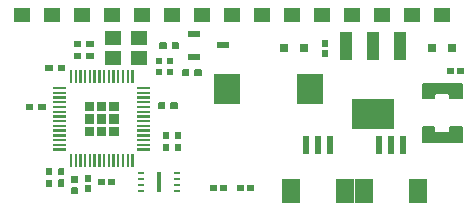
<source format=gtp>
G04 Layer: TopPasteMaskLayer*
G04 EasyEDA v6.5.29, 2023-07-19 21:57:34*
G04 a2853ea9601d4119b13b16b9b4b396c2,5a6b42c53f6a479593ecc07194224c93,10*
G04 Gerber Generator version 0.2*
G04 Scale: 100 percent, Rotated: No, Reflected: No *
G04 Dimensions in millimeters *
G04 leading zeros omitted , absolute positions ,4 integer and 5 decimal *
%FSLAX45Y45*%
%MOMM*%

%AMMACRO1*21,1,$1,$2,0,0,$3*%
%ADD10R,0.8000X0.8000*%
%ADD11R,1.0700X0.6000*%
%ADD12R,1.0500X2.4650*%
%ADD13MACRO1,3.54X2.465X0.0000*%
%ADD14MACRO1,2.592X2.2075X90.0000*%
%ADD15MACRO1,1.2X1.4X-90.0000*%
%ADD16R,1.4000X1.2000*%
%ADD17MACRO1,1.2X1.4X90.0000*%
%ADD18R,0.6000X0.2800*%
%ADD19R,0.3000X1.7000*%
%ADD20R,0.5500X0.5500*%
%ADD21R,0.6000X1.5500*%
%ADD22R,1.5000X2.0000*%
%ADD23R,0.0122X2.0000*%

%LPD*%
G36*
X3645052Y1906676D02*
G01*
X3635044Y1896668D01*
X3635044Y1776018D01*
X3645052Y1766011D01*
X3740505Y1766011D01*
X3750513Y1776018D01*
X3750513Y1803806D01*
X3760520Y1813814D01*
X3859479Y1813814D01*
X3869486Y1803806D01*
X3869486Y1776018D01*
X3879494Y1766011D01*
X3974947Y1766011D01*
X3984955Y1776018D01*
X3984955Y1896668D01*
X3974947Y1906676D01*
G37*
G36*
X3645052Y1535988D02*
G01*
X3635044Y1525981D01*
X3635044Y1405331D01*
X3645052Y1395323D01*
X3974947Y1395323D01*
X3984955Y1405331D01*
X3984955Y1525981D01*
X3974947Y1535988D01*
X3879494Y1535988D01*
X3869486Y1525981D01*
X3869486Y1498193D01*
X3859479Y1488186D01*
X3760520Y1488186D01*
X3750513Y1498193D01*
X3750513Y1525981D01*
X3740505Y1535988D01*
G37*
G36*
X2796387Y2268677D02*
G01*
X2792374Y2264664D01*
X2792374Y2214575D01*
X2796387Y2210612D01*
X2842412Y2210612D01*
X2846425Y2214575D01*
X2846425Y2264664D01*
X2842412Y2268677D01*
G37*
G36*
X2796387Y2183587D02*
G01*
X2792374Y2179624D01*
X2792374Y2129536D01*
X2796387Y2125522D01*
X2842412Y2125522D01*
X2846425Y2129536D01*
X2846425Y2179624D01*
X2842412Y2183587D01*
G37*
G36*
X3941826Y2033625D02*
G01*
X3937812Y2029612D01*
X3937812Y1983587D01*
X3941826Y1979574D01*
X3991864Y1979574D01*
X3995877Y1983587D01*
X3995877Y2029612D01*
X3991864Y2033625D01*
G37*
G36*
X3856736Y2033625D02*
G01*
X3852722Y2029612D01*
X3852722Y1983587D01*
X3856736Y1979574D01*
X3906774Y1979574D01*
X3910787Y1983587D01*
X3910787Y2029612D01*
X3906774Y2033625D01*
G37*
G36*
X897636Y1093825D02*
G01*
X893622Y1089812D01*
X893622Y1043787D01*
X897636Y1039774D01*
X947674Y1039774D01*
X951687Y1043787D01*
X951687Y1089812D01*
X947674Y1093825D01*
G37*
G36*
X982726Y1093825D02*
G01*
X978712Y1089812D01*
X978712Y1043787D01*
X982726Y1039774D01*
X1032764Y1039774D01*
X1036777Y1043787D01*
X1036777Y1089812D01*
X1032764Y1093825D01*
G37*
G36*
X789787Y1125677D02*
G01*
X785774Y1121664D01*
X785774Y1071575D01*
X789787Y1067612D01*
X835812Y1067612D01*
X839825Y1071575D01*
X839825Y1121664D01*
X835812Y1125677D01*
G37*
G36*
X789787Y1040587D02*
G01*
X785774Y1036624D01*
X785774Y986536D01*
X789787Y982522D01*
X835812Y982522D01*
X839825Y986536D01*
X839825Y1036624D01*
X835812Y1040587D01*
G37*
G36*
X1935225Y1043025D02*
G01*
X1931212Y1039012D01*
X1931212Y992987D01*
X1935225Y988974D01*
X1985264Y988974D01*
X1989277Y992987D01*
X1989277Y1039012D01*
X1985264Y1043025D01*
G37*
G36*
X1850136Y1043025D02*
G01*
X1846122Y1039012D01*
X1846122Y992987D01*
X1850136Y988974D01*
X1900174Y988974D01*
X1904187Y992987D01*
X1904187Y1039012D01*
X1900174Y1043025D01*
G37*
G36*
X2163826Y1043025D02*
G01*
X2159812Y1039012D01*
X2159812Y992987D01*
X2163826Y988974D01*
X2213864Y988974D01*
X2217877Y992987D01*
X2217877Y1039012D01*
X2213864Y1043025D01*
G37*
G36*
X2078736Y1043025D02*
G01*
X2074722Y1039012D01*
X2074722Y992987D01*
X2078736Y988974D01*
X2128774Y988974D01*
X2132787Y992987D01*
X2132787Y1039012D01*
X2128774Y1043025D01*
G37*
G36*
X561695Y1182878D02*
G01*
X556717Y1177899D01*
X556717Y1129893D01*
X561695Y1122883D01*
X606704Y1122883D01*
X611682Y1129893D01*
X611682Y1177899D01*
X606704Y1182878D01*
G37*
G36*
X561695Y1086916D02*
G01*
X556717Y1079906D01*
X556717Y1031900D01*
X561695Y1026921D01*
X606704Y1026921D01*
X611682Y1031900D01*
X611682Y1079906D01*
X606704Y1086916D01*
G37*
G36*
X675995Y1119378D02*
G01*
X671017Y1114399D01*
X671017Y1066393D01*
X675995Y1059383D01*
X721004Y1059383D01*
X725982Y1066393D01*
X725982Y1114399D01*
X721004Y1119378D01*
G37*
G36*
X675995Y1023416D02*
G01*
X671017Y1016406D01*
X671017Y968400D01*
X675995Y963421D01*
X721004Y963421D01*
X725982Y968400D01*
X725982Y1016406D01*
X721004Y1023416D01*
G37*
G36*
X460095Y1187907D02*
G01*
X455117Y1182878D01*
X455117Y1129893D01*
X460095Y1124915D01*
X505104Y1124915D01*
X510082Y1129893D01*
X510082Y1182878D01*
X505104Y1187907D01*
G37*
G36*
X460095Y1084884D02*
G01*
X455117Y1079906D01*
X455117Y1026921D01*
X460095Y1021892D01*
X505104Y1021892D01*
X510082Y1026921D01*
X510082Y1079906D01*
X505104Y1084884D01*
G37*
G36*
X1523593Y2249982D02*
G01*
X1518615Y2245004D01*
X1518615Y2199995D01*
X1523593Y2195017D01*
X1576578Y2195017D01*
X1581607Y2199995D01*
X1581607Y2245004D01*
X1576578Y2249982D01*
G37*
G36*
X1420622Y2249982D02*
G01*
X1415592Y2245004D01*
X1415592Y2199995D01*
X1420622Y2195017D01*
X1473606Y2195017D01*
X1478584Y2199995D01*
X1478584Y2245004D01*
X1473606Y2249982D01*
G37*
G36*
X799693Y2262682D02*
G01*
X794715Y2257704D01*
X794715Y2212695D01*
X799693Y2207717D01*
X852728Y2207717D01*
X857707Y2212695D01*
X857707Y2257704D01*
X852728Y2262682D01*
G37*
G36*
X696722Y2262682D02*
G01*
X691692Y2257704D01*
X691692Y2212695D01*
X696722Y2207717D01*
X749706Y2207717D01*
X754684Y2212695D01*
X754684Y2257704D01*
X749706Y2262682D01*
G37*
G36*
X799693Y2161082D02*
G01*
X794715Y2156104D01*
X794715Y2111095D01*
X799693Y2106117D01*
X852728Y2106117D01*
X857707Y2111095D01*
X857707Y2156104D01*
X852728Y2161082D01*
G37*
G36*
X696722Y2161082D02*
G01*
X691692Y2156104D01*
X691692Y2111095D01*
X696722Y2106117D01*
X749706Y2106117D01*
X754684Y2111095D01*
X754684Y2156104D01*
X749706Y2161082D01*
G37*
G36*
X1227124Y1350213D02*
G01*
X1227124Y1330198D01*
X1337106Y1330198D01*
X1337106Y1350213D01*
G37*
G36*
X1227124Y1390192D02*
G01*
X1227124Y1370177D01*
X1337106Y1370177D01*
X1337106Y1390192D01*
G37*
G36*
X1227124Y1430223D02*
G01*
X1227124Y1410208D01*
X1337106Y1410208D01*
X1337106Y1430223D01*
G37*
G36*
X1227124Y1470202D02*
G01*
X1227124Y1450238D01*
X1337106Y1450238D01*
X1337106Y1470202D01*
G37*
G36*
X1227124Y1510182D02*
G01*
X1227124Y1490167D01*
X1337106Y1490167D01*
X1337106Y1510182D01*
G37*
G36*
X1227124Y1550212D02*
G01*
X1227124Y1530197D01*
X1337106Y1530197D01*
X1337106Y1550212D01*
G37*
G36*
X1227124Y1590192D02*
G01*
X1227124Y1570177D01*
X1337106Y1570177D01*
X1337106Y1590192D01*
G37*
G36*
X1227124Y1630222D02*
G01*
X1227124Y1610207D01*
X1337106Y1610207D01*
X1337106Y1630222D01*
G37*
G36*
X1227124Y1670202D02*
G01*
X1227124Y1650187D01*
X1337106Y1650187D01*
X1337106Y1670202D01*
G37*
G36*
X1227124Y1710182D02*
G01*
X1227124Y1690166D01*
X1337106Y1690166D01*
X1337106Y1710182D01*
G37*
G36*
X1227124Y1750212D02*
G01*
X1227124Y1730197D01*
X1337106Y1730197D01*
X1337106Y1750212D01*
G37*
G36*
X1227124Y1790192D02*
G01*
X1227124Y1770227D01*
X1337106Y1770227D01*
X1337106Y1790192D01*
G37*
G36*
X1227124Y1830222D02*
G01*
X1227124Y1810207D01*
X1337106Y1810207D01*
X1337106Y1830222D01*
G37*
G36*
X1227124Y1870202D02*
G01*
X1227124Y1850186D01*
X1337106Y1850186D01*
X1337106Y1870202D01*
G37*
G36*
X1177086Y2010206D02*
G01*
X1177086Y1900174D01*
X1197102Y1900174D01*
X1197102Y2010206D01*
G37*
G36*
X1137107Y2010206D02*
G01*
X1137107Y1900174D01*
X1157122Y1900174D01*
X1157122Y2010206D01*
G37*
G36*
X1097127Y2010206D02*
G01*
X1097127Y1900174D01*
X1117092Y1900174D01*
X1117092Y2010206D01*
G37*
G36*
X1057097Y2010206D02*
G01*
X1057097Y1900174D01*
X1077112Y1900174D01*
X1077112Y2010206D01*
G37*
G36*
X1017117Y2010206D02*
G01*
X1017117Y1900174D01*
X1037082Y1900174D01*
X1037082Y2010206D01*
G37*
G36*
X977087Y2010206D02*
G01*
X977087Y1900174D01*
X997102Y1900174D01*
X997102Y2010206D01*
G37*
G36*
X937107Y2010206D02*
G01*
X937107Y1900174D01*
X957122Y1900174D01*
X957122Y2010206D01*
G37*
G36*
X897128Y2010206D02*
G01*
X897128Y1900174D01*
X917092Y1900174D01*
X917092Y2010206D01*
G37*
G36*
X857097Y2010206D02*
G01*
X857097Y1900174D01*
X877112Y1900174D01*
X877112Y2010206D01*
G37*
G36*
X817118Y2010206D02*
G01*
X817118Y1900174D01*
X837082Y1900174D01*
X837082Y2010206D01*
G37*
G36*
X777087Y2010206D02*
G01*
X777087Y1900174D01*
X797102Y1900174D01*
X797102Y2010206D01*
G37*
G36*
X737108Y2010206D02*
G01*
X737108Y1900174D01*
X757123Y1900174D01*
X757123Y2010206D01*
G37*
G36*
X697128Y2010206D02*
G01*
X697128Y1900174D01*
X717092Y1900174D01*
X717092Y2010206D01*
G37*
G36*
X657098Y2010206D02*
G01*
X657098Y1900174D01*
X677113Y1900174D01*
X677113Y2010206D01*
G37*
G36*
X517093Y1870202D02*
G01*
X517093Y1850186D01*
X627075Y1850186D01*
X627075Y1870202D01*
G37*
G36*
X517093Y1830222D02*
G01*
X517093Y1810207D01*
X627075Y1810207D01*
X627075Y1830222D01*
G37*
G36*
X517093Y1790192D02*
G01*
X517093Y1770227D01*
X627075Y1770227D01*
X627075Y1790192D01*
G37*
G36*
X517093Y1750212D02*
G01*
X517093Y1730197D01*
X627075Y1730197D01*
X627075Y1750212D01*
G37*
G36*
X517093Y1710182D02*
G01*
X517093Y1690166D01*
X627075Y1690166D01*
X627075Y1710182D01*
G37*
G36*
X517093Y1670202D02*
G01*
X517093Y1650187D01*
X627075Y1650187D01*
X627075Y1670202D01*
G37*
G36*
X517093Y1630222D02*
G01*
X517093Y1610207D01*
X627075Y1610207D01*
X627075Y1630222D01*
G37*
G36*
X517093Y1590192D02*
G01*
X517093Y1570177D01*
X627075Y1570177D01*
X627075Y1590192D01*
G37*
G36*
X517093Y1550212D02*
G01*
X517093Y1530197D01*
X627075Y1530197D01*
X627075Y1550212D01*
G37*
G36*
X517093Y1510182D02*
G01*
X517093Y1490167D01*
X627075Y1490167D01*
X627075Y1510182D01*
G37*
G36*
X517093Y1470202D02*
G01*
X517093Y1450238D01*
X627075Y1450238D01*
X627075Y1470202D01*
G37*
G36*
X517093Y1430223D02*
G01*
X517093Y1410208D01*
X627075Y1410208D01*
X627075Y1430223D01*
G37*
G36*
X517093Y1390192D02*
G01*
X517093Y1370177D01*
X627075Y1370177D01*
X627075Y1390192D01*
G37*
G36*
X517093Y1350213D02*
G01*
X517093Y1330198D01*
X627075Y1330198D01*
X627075Y1350213D01*
G37*
G36*
X657098Y1300226D02*
G01*
X657098Y1190193D01*
X677113Y1190193D01*
X677113Y1300226D01*
G37*
G36*
X697128Y1300226D02*
G01*
X697128Y1190193D01*
X717092Y1190193D01*
X717092Y1300226D01*
G37*
G36*
X737108Y1300226D02*
G01*
X737108Y1190193D01*
X757123Y1190193D01*
X757123Y1300226D01*
G37*
G36*
X777087Y1300226D02*
G01*
X777087Y1190193D01*
X797102Y1190193D01*
X797102Y1300226D01*
G37*
G36*
X817118Y1300226D02*
G01*
X817118Y1190193D01*
X837082Y1190193D01*
X837082Y1300226D01*
G37*
G36*
X857097Y1300226D02*
G01*
X857097Y1190193D01*
X877112Y1190193D01*
X877112Y1300226D01*
G37*
G36*
X897128Y1300226D02*
G01*
X897128Y1190193D01*
X917092Y1190193D01*
X917092Y1300226D01*
G37*
G36*
X937107Y1300226D02*
G01*
X937107Y1190193D01*
X957122Y1190193D01*
X957122Y1300226D01*
G37*
G36*
X977087Y1300226D02*
G01*
X977087Y1190193D01*
X997102Y1190193D01*
X997102Y1300226D01*
G37*
G36*
X1017117Y1300226D02*
G01*
X1017117Y1190193D01*
X1037082Y1190193D01*
X1037082Y1300226D01*
G37*
G36*
X1057097Y1300226D02*
G01*
X1057097Y1190193D01*
X1077112Y1190193D01*
X1077112Y1300226D01*
G37*
G36*
X1097127Y1300226D02*
G01*
X1097127Y1190193D01*
X1117092Y1190193D01*
X1117092Y1300226D01*
G37*
G36*
X1137107Y1300226D02*
G01*
X1137107Y1190193D01*
X1157122Y1190193D01*
X1157122Y1300226D01*
G37*
G36*
X1177086Y1300226D02*
G01*
X1177086Y1190193D01*
X1197102Y1190193D01*
X1197102Y1300226D01*
G37*
G36*
X782116Y1535176D02*
G01*
X782116Y1455216D01*
X862076Y1455216D01*
X862076Y1535176D01*
G37*
G36*
X992073Y1535176D02*
G01*
X992073Y1455216D01*
X1072083Y1455216D01*
X1072083Y1535176D01*
G37*
G36*
X992124Y1745183D02*
G01*
X992124Y1665173D01*
X1072083Y1665173D01*
X1072083Y1745183D01*
G37*
G36*
X782116Y1745183D02*
G01*
X782116Y1665173D01*
X862126Y1665173D01*
X862126Y1745183D01*
G37*
G36*
X782116Y1640230D02*
G01*
X782116Y1560220D01*
X862126Y1560220D01*
X862126Y1640230D01*
G37*
G36*
X887120Y1535176D02*
G01*
X887120Y1455166D01*
X967079Y1455166D01*
X967079Y1535176D01*
G37*
G36*
X992124Y1640230D02*
G01*
X992124Y1560220D01*
X1072083Y1560220D01*
X1072083Y1640230D01*
G37*
G36*
X887120Y1640179D02*
G01*
X887120Y1560220D01*
X967079Y1560220D01*
X967079Y1640179D01*
G37*
G36*
X887120Y1745691D02*
G01*
X887120Y1665681D01*
X967079Y1665681D01*
X967079Y1745691D01*
G37*
G36*
X558393Y2059482D02*
G01*
X553415Y2054504D01*
X553415Y2009495D01*
X558393Y2004517D01*
X611428Y2004517D01*
X616407Y2009495D01*
X616407Y2054504D01*
X611428Y2059482D01*
G37*
G36*
X455422Y2059482D02*
G01*
X450392Y2054504D01*
X450392Y2009495D01*
X455422Y2004517D01*
X508406Y2004517D01*
X513384Y2009495D01*
X513384Y2054504D01*
X508406Y2059482D01*
G37*
G36*
X393293Y1729282D02*
G01*
X388315Y1724304D01*
X388315Y1679295D01*
X393293Y1674317D01*
X446278Y1674317D01*
X451307Y1679295D01*
X451307Y1724304D01*
X446278Y1729282D01*
G37*
G36*
X290322Y1729282D02*
G01*
X285292Y1724304D01*
X285292Y1679295D01*
X290322Y1674317D01*
X343306Y1674317D01*
X348284Y1679295D01*
X348284Y1724304D01*
X343306Y1729282D01*
G37*
G36*
X1450695Y1389684D02*
G01*
X1445717Y1384706D01*
X1445717Y1331722D01*
X1450695Y1326692D01*
X1495704Y1326692D01*
X1500682Y1331722D01*
X1500682Y1384706D01*
X1495704Y1389684D01*
G37*
G36*
X1450695Y1492707D02*
G01*
X1445717Y1487678D01*
X1445717Y1434693D01*
X1450695Y1429715D01*
X1495704Y1429715D01*
X1500682Y1434693D01*
X1500682Y1487678D01*
X1495704Y1492707D01*
G37*
G36*
X1552295Y1389684D02*
G01*
X1547317Y1384706D01*
X1547317Y1331722D01*
X1552295Y1326692D01*
X1597304Y1326692D01*
X1602282Y1331722D01*
X1602282Y1384706D01*
X1597304Y1389684D01*
G37*
G36*
X1552295Y1492707D02*
G01*
X1547317Y1487678D01*
X1547317Y1434693D01*
X1552295Y1429715D01*
X1597304Y1429715D01*
X1602282Y1434693D01*
X1602282Y1487678D01*
X1597304Y1492707D01*
G37*
G36*
X1407922Y1741982D02*
G01*
X1402892Y1737004D01*
X1402892Y1691995D01*
X1407922Y1687017D01*
X1460906Y1687017D01*
X1465884Y1691995D01*
X1465884Y1737004D01*
X1460906Y1741982D01*
G37*
G36*
X1510893Y1741982D02*
G01*
X1505915Y1737004D01*
X1505915Y1691995D01*
X1510893Y1687017D01*
X1563878Y1687017D01*
X1568907Y1691995D01*
X1568907Y1737004D01*
X1563878Y1741982D01*
G37*
G36*
X1611122Y2021382D02*
G01*
X1606092Y2016404D01*
X1606092Y1971395D01*
X1611122Y1966417D01*
X1664106Y1966417D01*
X1669084Y1971395D01*
X1669084Y2016404D01*
X1664106Y2021382D01*
G37*
G36*
X1714093Y2021382D02*
G01*
X1709115Y2016404D01*
X1709115Y1971395D01*
X1714093Y1966417D01*
X1767078Y1966417D01*
X1772107Y1971395D01*
X1772107Y2016404D01*
X1767078Y2021382D01*
G37*
D10*
G01*
X2637790Y2197100D03*
G01*
X2467609Y2197100D03*
G01*
X3895090Y2195779D03*
G01*
X3724909Y2195779D03*
D11*
G01*
X1705305Y2317495D03*
G01*
X1705305Y2127504D03*
G01*
X1952294Y2222500D03*
D12*
G01*
X3455797Y2216150D03*
G01*
X3225800Y2216150D03*
G01*
X2995802Y2216150D03*
D13*
G01*
X3225800Y1644650D03*
D14*
G01*
X2687924Y1854200D03*
G01*
X1985675Y1854200D03*
D15*
G01*
X1240299Y2282088D03*
G01*
X1020300Y2282088D03*
D16*
G01*
X1020292Y2112086D03*
D17*
G01*
X1240299Y2112086D03*
D18*
G01*
X1258976Y1141806D03*
G01*
X1258976Y1091793D03*
G01*
X1258976Y1041806D03*
G01*
X1258976Y991793D03*
G01*
X1560449Y1141806D03*
G01*
X1560449Y1091793D03*
G01*
X1560449Y1041806D03*
G01*
X1560449Y991793D03*
D19*
G01*
X1409700Y1066800D03*
D20*
G01*
X1413002Y2092223D03*
G01*
X1413002Y1997202D03*
G01*
X1508023Y1997202D03*
G01*
X1508023Y2092223D03*
D21*
G01*
X2655900Y1374851D03*
G01*
X2755900Y1374851D03*
G01*
X2855899Y1374851D03*
D22*
G01*
X2985897Y987348D03*
G01*
X2525902Y987348D03*
D21*
G01*
X3278200Y1374851D03*
G01*
X3378200Y1374851D03*
G01*
X3478199Y1374851D03*
D22*
G01*
X3608197Y987348D03*
G01*
X3148202Y987348D03*
D15*
G01*
X1523989Y2476502D03*
G01*
X1777989Y2476502D03*
G01*
X3809989Y2476502D03*
G01*
X3555989Y2476502D03*
G01*
X3301989Y2476502D03*
G01*
X3047989Y2476502D03*
G01*
X2793989Y2476502D03*
G01*
X253989Y2476502D03*
G01*
X507989Y2476502D03*
G01*
X761989Y2476502D03*
G01*
X1015989Y2476502D03*
G01*
X1269989Y2476502D03*
G01*
X2031989Y2476502D03*
G01*
X2285989Y2476502D03*
G01*
X2539989Y2476502D03*
M02*

</source>
